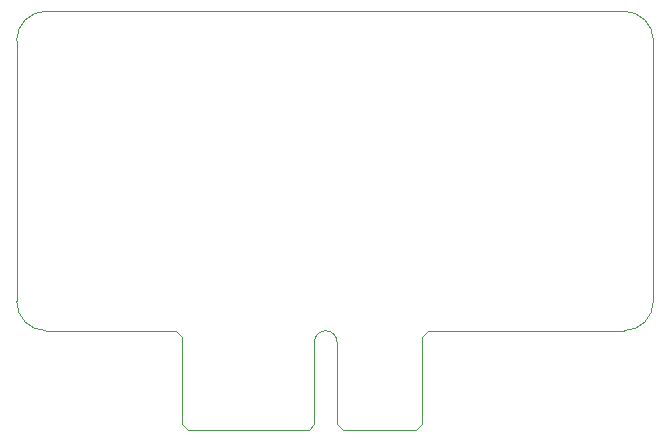
<source format=gbr>
%TF.GenerationSoftware,KiCad,Pcbnew,9.0.2*%
%TF.CreationDate,2026-02-05T18:46:00+01:00*%
%TF.ProjectId,PDNode-PDCard,50444e6f-6465-42d5-9044-436172642e6b,rev?*%
%TF.SameCoordinates,Original*%
%TF.FileFunction,Profile,NP*%
%FSLAX46Y46*%
G04 Gerber Fmt 4.6, Leading zero omitted, Abs format (unit mm)*
G04 Created by KiCad (PCBNEW 9.0.2) date 2026-02-05 18:46:00*
%MOMM*%
%LPD*%
G01*
G04 APERTURE LIST*
%TA.AperFunction,Profile*%
%ADD10C,0.100000*%
%TD*%
G04 APERTURE END LIST*
D10*
X27200000Y575000D02*
X27200000Y7525000D01*
X26250000Y8475000D02*
G75*
G02*
X27200000Y7525000I0J-950000D01*
G01*
X25300000Y7525000D02*
X25300000Y575000D01*
X33900000Y75000D02*
X27700000Y75000D01*
X34400000Y7975000D02*
X34900000Y8475000D01*
X2575000Y8475000D02*
G75*
G02*
X75000Y10975000I0J2500000D01*
G01*
X14100000Y575000D02*
X14100000Y7975000D01*
X51500000Y35525000D02*
G75*
G02*
X54000000Y33025000I0J-2500000D01*
G01*
X2575000Y8475000D02*
X13600000Y8475000D01*
X2575000Y35525000D02*
X51500000Y35525000D01*
X25300000Y575000D02*
X24800000Y75000D01*
X14600000Y75000D02*
X14100000Y575000D01*
X14100000Y7975000D02*
X13600000Y8475000D01*
X51500000Y8475000D02*
X34900000Y8475000D01*
X34400000Y575000D02*
X34400000Y7975000D01*
X75000Y33025000D02*
G75*
G02*
X2575000Y35525000I2500000J0D01*
G01*
X24800000Y75000D02*
X14600000Y75000D01*
X54000000Y33025000D02*
X54000000Y10975000D01*
X27700000Y75000D02*
X27200000Y575000D01*
X34400000Y575000D02*
X33900000Y75000D01*
X75000Y10975000D02*
X75000Y33025000D01*
X25300000Y7525000D02*
G75*
G02*
X26250000Y8475000I950000J0D01*
G01*
X54000000Y10975000D02*
G75*
G02*
X51500000Y8475000I-2500000J0D01*
G01*
M02*

</source>
